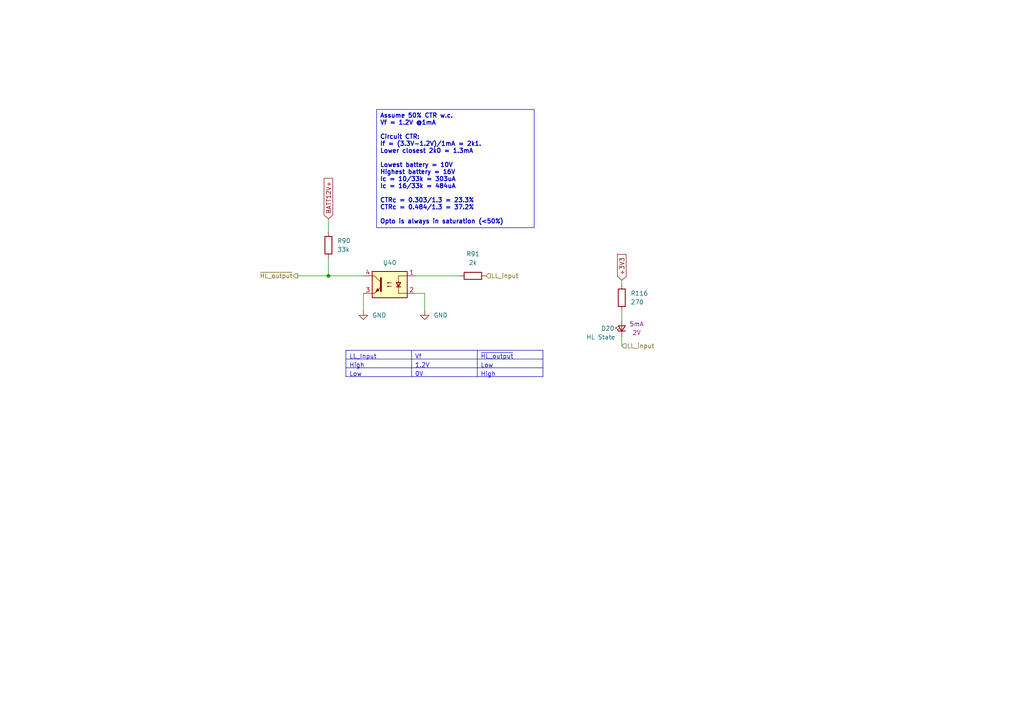
<source format=kicad_sch>
(kicad_sch (version 20250114) (generator "eeschema") (generator_version "9.0")
  (paper "A4")
  (title_block (title "Main architecture") (date "2025-08-10") (rev "0.0") (company "Alex Miller & Martin Roger") (comment 1 "https://github.com/martinroger/VXDash") (comment 2 "https://cadlab.io/projects/vxdash"))
  (lib_symbols
    (symbol "Isolator:SFH617A-2X009T"
      (property "Reference" "U" (at -3.81 5.08 0))
      (property "Value" "SFH617A-2X009T" (at 0 -5.08 0))
      (symbol "SFH617A-2X009T_1_1"
        (rectangle (start -5.08 3.81) (end 5.08 -3.81) (stroke (width 0.254)) (fill (type background)))
        (polyline (pts (xy -5.08 2.54) (xy -2.54 2.54) (xy -2.54 -0.762)))
        (polyline (pts (xy -3.175 -0.635) (xy -1.905 -0.635)) (stroke (width 0.254)))
        (polyline (pts (xy -2.54 -0.635) (xy -2.54 -2.54) (xy -5.08 -2.54)))
        (polyline (pts (xy -2.54 -0.635) (xy -3.175 0.635) (xy -1.905 0.635) (xy -2.54 -0.635)) (stroke (width 0.254)))
        (polyline (pts (xy -0.508 0.508) (xy 0.762 0.508) (xy 0.381 0.381) (xy 0.381 0.635) (xy 0.762 0.508)))
        (polyline (pts (xy -0.508 -0.508) (xy 0.762 -0.508) (xy 0.381 -0.635) (xy 0.381 -0.381) (xy 0.762 -0.508)))
        (polyline (pts (xy 2.54 1.905) (xy 2.54 -1.905) (xy 2.54 -1.905)) (stroke (width 0.508)))
        (polyline (pts (xy 2.54 0.635) (xy 4.445 2.54)))
        (polyline (pts (xy 3.048 -1.651) (xy 3.556 -1.143) (xy 4.064 -2.159) (xy 3.048 -1.651) (xy 3.048 -1.651)) (fill (type outline)))
        (polyline (pts (xy 4.445 2.54) (xy 5.08 2.54)))
        (polyline (pts (xy 4.445 -2.54) (xy 2.54 -0.635)) (fill (type outline)))
        (polyline (pts (xy 4.445 -2.54) (xy 5.08 -2.54)))
        (pin passive line (at -7.62 2.54 0) (length 2.54) (name "~") (number "1"))
        (pin passive line (at -7.62 -2.54 0) (length 2.54) (name "~") (number "2"))
        (pin passive line (at 7.62 2.54 180) (length 2.54) (name "~") (number "4"))
        (pin passive line (at 7.62 -2.54 180) (length 2.54) (name "~") (number "3"))
      )
    )
    (symbol "VXDash_diodes:LED_Small" (pin_numbers (hide yes)) (pin_names (offset 0.254) (hide yes))
      (property "Reference" "D1" (at 0.0635 6.35 0))
      (property "Value" "LED_Small" (at 0.0635 3.81 0))
      (property "Vf" "2V" (at 0 -4.572 0))
      (property "If" "5mA" (at 0 -2.54 0))
      (symbol "LED_Small_0_1"
        (polyline (pts (xy -0.762 -1.016) (xy -0.762 1.016)) (stroke (width 0.254)))
        (polyline (pts (xy 0 0.762) (xy -0.508 1.27) (xy -0.254 1.27) (xy -0.508 1.27) (xy -0.508 1.016)))
        (polyline (pts (xy 0.508 1.27) (xy 0 1.778) (xy 0.254 1.778) (xy 0 1.778) (xy 0 1.524)))
        (polyline (pts (xy 0.762 -1.016) (xy -0.762 0) (xy 0.762 1.016) (xy 0.762 -1.016)) (stroke (width 0.254)))
        (polyline (pts (xy 1.016 0) (xy -0.762 0)))
      )
      (symbol "LED_Small_1_1"
        (pin passive line (at -2.54 0 0) (length 1.778) (name "K") (number "1"))
        (pin passive line (at 2.54 0 180) (length 1.778) (name "A") (number "2"))
      )
    )
    (symbol "VXDash_passives:Res" (pin_numbers (hide yes)) (pin_names (offset 0))
      (property "Reference" "R" (at 1.27 1.27 0))
      (property "Value" "Res" (at 1.27 -1.27 0))
      (symbol "Res_0_1"
        (rectangle (start -1.016 -2.54) (end 1.016 2.54) (stroke (width 0.254)))
      )
      (symbol "Res_1_1"
        (pin passive line (at 0 3.81 270) (length 1.27) (name "~") (number "1"))
        (pin passive line (at 0 -3.81 90) (length 1.27) (name "~") (number "2"))
      )
    )
    (symbol "power:GND" (power) (pin_numbers (hide yes)) (pin_names (offset 0) (hide yes))
      (property "Value" "GND" (at 0 -3.81 0))
      (symbol "GND_0_1"
        (polyline (pts (xy 0 0) (xy 0 -1.27) (xy 1.27 -1.27) (xy 0 -2.54) (xy -1.27 -1.27) (xy 0 -1.27)))
      )
      (symbol "GND_1_1"
        (pin power_in line (at 0 0 270) (length 0) (name "~") (number "1"))
      )
    )
  )
  (text_box "Assume 50% CTR w.c.\nVf = 1.2V @1mA\n\nCircuit CTR:\nIf = (3.3V-1.2V)/1mA = 2k1. \nLower closest 2k0 = 1.3mA\n\nLowest battery = 10V\nHighest battery = 16V\nIc = 10/33k = 303uA\nIc = 16/33k = 484uA\n\nCTRc = 0.303/1.3 = 23.3%\nCTRc = 0.484/1.3 = 37.2%\n\nOpto is always in saturation (<50%)\n" (at 109.22 31.75 0) (size 45.72 34.29) (margins 0.9525 0.9525 0.9525 0.9525) (effects (font (size 1.27 1.27) (bold yes)) (justify left top)))
  (junction (at 95.25 80.01))
  (wire (pts (xy 180.34 90.17) (xy 180.34 92.71)))
  (wire (pts (xy 95.25 74.93) (xy 95.25 80.01)))
  (wire (pts (xy 180.34 97.79) (xy 180.34 100.33)))
  (wire (pts (xy 180.34 81.28) (xy 180.34 82.55)))
  (wire (pts (xy 86.36 80.01) (xy 95.25 80.01)))
  (wire (pts (xy 120.65 80.01) (xy 133.35 80.01)))
  (wire (pts (xy 105.41 90.17) (xy 105.41 85.09)))
  (wire (pts (xy 95.25 63.5) (xy 95.25 67.31)))
  (wire (pts (xy 120.65 85.09) (xy 123.19 85.09)))
  (wire (pts (xy 123.19 85.09) (xy 123.19 90.17)))
  (wire (pts (xy 95.25 80.01) (xy 105.41 80.01)))
  (table (column_count 3) (border (external yes) (header yes)) (separators (rows yes) (cols yes)) (column_widths 19.05 19.05 19.05) (row_heights 2.54 2.54 2.54) (cells (table_cell "LL_Input" (at 100.33 101.6 0) (size 19.05 2.54) (margins 0.9525 0.9525 0.9525 0.9525) (span 1 1)) (table_cell "Vf" (at 119.38 101.6 0) (size 19.05 2.54) (margins 0.9525 0.9525 0.9525 0.9525) (span 1 1)) (table_cell "~{HL_output}" (at 138.43 101.6 0) (size 19.05 2.54) (margins 0.9525 0.9525 0.9525 0.9525) (span 1 1)) (table_cell "High" (at 100.33 104.14 0) (size 19.05 2.54) (margins 0.9525 0.9525 0.9525 0.9525) (span 1 1)) (table_cell "1.2V" (at 119.38 104.14 0) (size 19.05 2.54) (margins 0.9525 0.9525 0.9525 0.9525) (span 1 1)) (table_cell "Low" (at 138.43 104.14 0) (size 19.05 2.54) (margins 0.9525 0.9525 0.9525 0.9525) (span 1 1)) (table_cell "Low" (at 100.33 106.68 0) (size 19.05 2.54) (margins 0.9525 0.9525 0.9525 0.9525) (span 1 1)) (table_cell "0V" (at 119.38 106.68 0) (size 19.05 2.54) (margins 0.9525 0.9525 0.9525 0.9525) (span 1 1)) (table_cell "High" (at 138.43 106.68 0) (size 19.05 2.54) (margins 0.9525 0.9525 0.9525 0.9525) (span 1 1))))
  (global_label "BATT12V+" (shape input) (at 95.25 63.5 90) (property "Intersheetrefs" "${INTERSHEET_REFS}" (effects (hide yes))))
  (global_label "+3V3" (shape input) (at 180.34 81.28 90) (property "Intersheetrefs" "${INTERSHEET_REFS}" (effects (hide yes))))
  (hierarchical_label "LL_input" (shape input) (at 180.34 100.33 0))
  (hierarchical_label "~{HL_output}" (shape output) (at 86.36 80.01 180))
  (hierarchical_label "LL_input" (shape input) (at 140.97 80.01 0))
  (symbol (lib_id "VXDash_diodes:LED_Small") (at 180.34 95.25 90) (unit 1)
    (property "Reference" "D13" (at 176.276 95.25 90))
    (property "Value" "HL State" (at 174.244 97.79 90))
    (property "Footprint" "LED_SMD:LED_0603_1608Metric_Pad1.05x0.95mm_HandSolder" (effects (hide yes)))
    (property "Description" "Light emitting diode, small symbol" (effects (hide yes)))
    (property "Sim.Pin" "1=K 2=A" (effects (hide yes)))
    (property "Vf" "2V" (at 184.658 96.52 90))
    (property "If" "5mA" (at 184.658 93.98 90))
    (instances (project "VXDash_Emulator" (path "" (reference "D20") (unit 1)) (path "" (reference "D17") (unit 1)) (path "" (reference "D15") (unit 1)) (path "" (reference "D16") (unit 1)) (path "" (reference "D19") (unit 1)) (path "" (reference "D13") (unit 1)) (path "" (reference "D18") (unit 1)) (path "" (reference "D14") (unit 1)) (path "" (reference "D21") (unit 1))))
  )
  (symbol (lib_id "Isolator:SFH617A-2X009T") (at 113.03 82.55 0) (mirror y) (unit 1)
    (property "Reference" "U33" (at 113.03 76.2 0))
    (property "Value" "~" (at 111.7601 77.47 90) (effects (justify left)))
    (property "Footprint" "Package_DIP:SMDIP-4_W7.62mm" (effects (hide yes)))
    (property "Datasheet" "https://www.diodes.com/assets/Datasheets/DPC817-Series.pdf" (effects (hide yes)))
    (property "Description" "Optocoupler 5kV" (effects (hide yes)))
    (instances (project "VXDash_Emulator" (path "" (reference "U40") (unit 1)) (path "" (reference "U37") (unit 1)) (path "" (reference "U35") (unit 1)) (path "" (reference "U36") (unit 1)) (path "" (reference "U39") (unit 1)) (path "" (reference "U33") (unit 1)) (path "" (reference "U38") (unit 1)) (path "" (reference "U34") (unit 1)) (path "" (reference "U32") (unit 1))))
  )
  (symbol (lib_id "VXDash_passives:Res") (at 95.25 71.12 0) (unit 1)
    (property "Reference" "R72" (at 97.79 69.8499 0) (effects (justify left)))
    (property "Value" "33k" (at 97.79 72.3899 0) (effects (justify left)))
    (property "Footprint" "Resistor_SMD:R_0805_2012Metric_Pad1.20x1.40mm_HandSolder" (effects (hide yes)))
    (property "Tol" "1%" (effects (hide yes)))
    (property "Power" "100mW" (effects (hide yes)))
    (instances (project "VXDash_Emulator" (path "" (reference "R90") (unit 1)) (path "" (reference "R84") (unit 1)) (path "" (reference "R76") (unit 1)) (path "" (reference "R82") (unit 1)) (path "" (reference "R88") (unit 1)) (path "" (reference "R72") (unit 1)) (path "" (reference "R86") (unit 1)) (path "" (reference "R74") (unit 1)) (path "" (reference "R69") (unit 1))))
  )
  (symbol (lib_id "VXDash_passives:Res") (at 180.34 86.36 0) (unit 1)
    (property "Reference" "R109" (at 182.88 85.0899 0) (effects (justify left)))
    (property "Value" "270" (at 182.88 87.6299 0) (effects (justify left)))
    (property "Footprint" "Resistor_SMD:R_0603_1608Metric_Pad0.98x0.95mm_HandSolder" (effects (hide yes)))
    (property "Tol" "1%" (effects (hide yes)))
    (property "Power" "100mW" (effects (hide yes)))
    (instances (project "VXDash_Emulator" (path "" (reference "R116") (unit 1)) (path "" (reference "R113") (unit 1)) (path "" (reference "R111") (unit 1)) (path "" (reference "R112") (unit 1)) (path "" (reference "R115") (unit 1)) (path "" (reference "R109") (unit 1)) (path "" (reference "R114") (unit 1)) (path "" (reference "R110") (unit 1)) (path "" (reference "R117") (unit 1))))
  )
  (symbol (lib_id "VXDash_passives:Res") (at 137.16 80.01 90) (unit 1)
    (property "Reference" "R73" (at 137.16 73.66 90))
    (property "Value" "2k" (at 137.16 76.2 90))
    (property "Footprint" "Resistor_SMD:R_0805_2012Metric_Pad1.20x1.40mm_HandSolder" (effects (hide yes)))
    (property "Tol" "1%" (effects (hide yes)))
    (property "Power" "100mW" (effects (hide yes)))
    (instances (project "VXDash_Emulator" (path "" (reference "R91") (unit 1)) (path "" (reference "R85") (unit 1)) (path "" (reference "R77") (unit 1)) (path "" (reference "R83") (unit 1)) (path "" (reference "R89") (unit 1)) (path "" (reference "R73") (unit 1)) (path "" (reference "R87") (unit 1)) (path "" (reference "R75") (unit 1)) (path "" (reference "R70") (unit 1))))
  )
  (symbol (lib_id "power:GND") (at 105.41 90.17 0) (unit 1)
    (property "Reference" "#PWR049" (effects (hide yes)))
    (property "Value" "GND" (at 107.95 91.4399 0) (effects (justify left)))
    (property "Description" "Power symbol creates a global label with name \"GND\" , ground" (effects (hide yes)))
    (instances (project "VXDash_Emulator" (path "" (reference "#PWR059") (unit 1)) (path "" (reference "#PWR053") (unit 1)) (path "" (reference "#PWR051") (unit 1)) (path "" (reference "#PWR052") (unit 1)) (path "" (reference "#PWR058") (unit 1)) (path "" (reference "#PWR049") (unit 1)) (path "" (reference "#PWR054") (unit 1)) (path "" (reference "#PWR050") (unit 1)) (path "" (reference "#PWR048") (unit 1))))
  )
  (symbol (lib_id "power:GND") (at 123.19 90.17 0) (unit 1)
    (property "Reference" "#PWR061" (effects (hide yes)))
    (property "Value" "GND" (at 125.73 91.4399 0) (effects (justify left)))
    (property "Description" "Power symbol creates a global label with name \"GND\" , ground" (effects (hide yes)))
    (instances (project "VXDash_Emulator" (path "" (reference "#PWR068") (unit 1)) (path "" (reference "#PWR065") (unit 1)) (path "" (reference "#PWR063") (unit 1)) (path "" (reference "#PWR064") (unit 1)) (path "" (reference "#PWR067") (unit 1)) (path "" (reference "#PWR061") (unit 1)) (path "" (reference "#PWR066") (unit 1)) (path "" (reference "#PWR062") (unit 1)) (path "" (reference "#PWR060") (unit 1))))
  )
)
</source>
